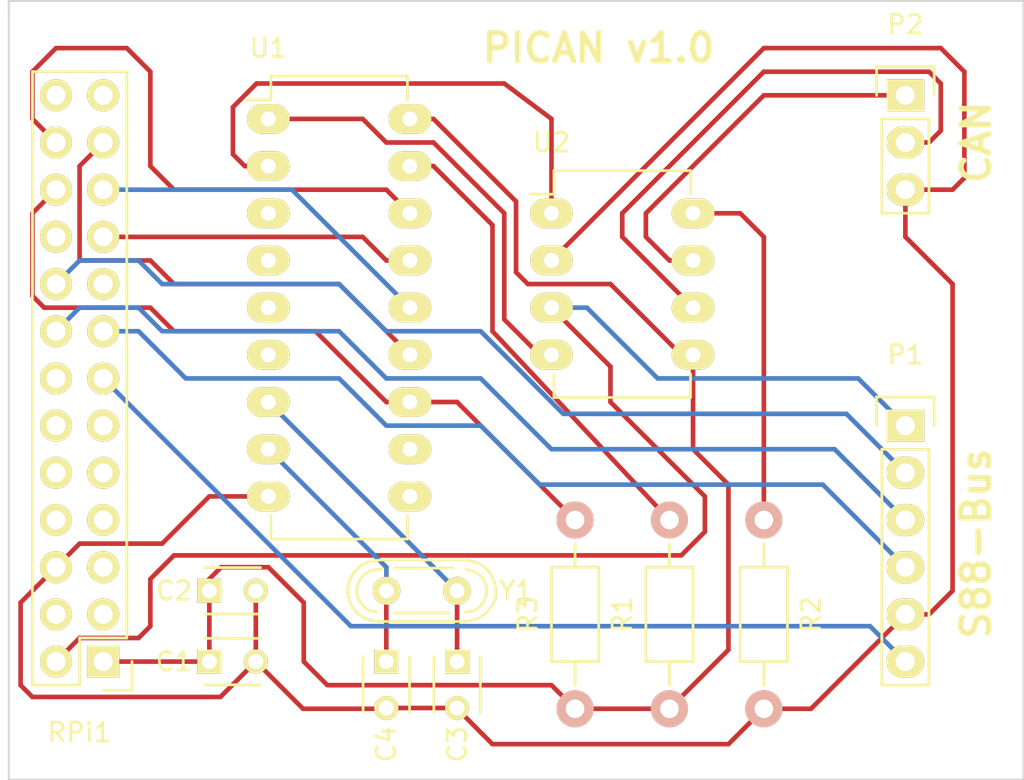
<source format=kicad_pcb>
(kicad_pcb (version 4) (host pcbnew 4.0.1-stable)

  (general
    (links 37)
    (no_connects 0)
    (area 99.706429 59.639999 154.990001 101.650001)
    (thickness 1.6)
    (drawings 9)
    (tracks 171)
    (zones 0)
    (modules 13)
    (nets 21)
  )

  (page A4)
  (layers
    (0 F.Cu signal)
    (31 B.Cu signal)
    (32 B.Adhes user)
    (33 F.Adhes user)
    (34 B.Paste user)
    (35 F.Paste user)
    (36 B.SilkS user)
    (37 F.SilkS user)
    (38 B.Mask user)
    (39 F.Mask user)
    (40 Dwgs.User user)
    (41 Cmts.User user)
    (42 Eco1.User user)
    (43 Eco2.User user)
    (44 Edge.Cuts user)
    (45 Margin user)
    (46 B.CrtYd user)
    (47 F.CrtYd user)
    (48 B.Fab user)
    (49 F.Fab user)
  )

  (setup
    (last_trace_width 0.25)
    (trace_clearance 0.2)
    (zone_clearance 0.508)
    (zone_45_only no)
    (trace_min 0.2)
    (segment_width 0.2)
    (edge_width 0.1)
    (via_size 0.6)
    (via_drill 0.4)
    (via_min_size 0.4)
    (via_min_drill 0.3)
    (uvia_size 0.3)
    (uvia_drill 0.1)
    (uvias_allowed no)
    (uvia_min_size 0.2)
    (uvia_min_drill 0.1)
    (pcb_text_width 0.3)
    (pcb_text_size 1.5 1.5)
    (mod_edge_width 0.15)
    (mod_text_size 1 1)
    (mod_text_width 0.15)
    (pad_size 1.5 1.5)
    (pad_drill 0.6)
    (pad_to_mask_clearance 0)
    (aux_axis_origin 0 0)
    (visible_elements 7FFFFFFF)
    (pcbplotparams
      (layerselection 0x010f0_80000001)
      (usegerberextensions false)
      (excludeedgelayer true)
      (linewidth 0.100000)
      (plotframeref false)
      (viasonmask false)
      (mode 1)
      (useauxorigin false)
      (hpglpennumber 1)
      (hpglpenspeed 20)
      (hpglpendiameter 15)
      (hpglpenoverlay 2)
      (psnegative false)
      (psa4output false)
      (plotreference true)
      (plotvalue true)
      (plotinvisibletext false)
      (padsonsilk false)
      (subtractmaskfromsilk false)
      (outputformat 1)
      (mirror false)
      (drillshape 0)
      (scaleselection 1)
      (outputdirectory gerber/))
  )

  (net 0 "")
  (net 1 +3V3)
  (net 2 GND)
  (net 3 "Net-(C3-Pad1)")
  (net 4 "Net-(C4-Pad1)")
  (net 5 +5V)
  (net 6 /S88_RESET)
  (net 7 /S88_PS)
  (net 8 /S88_CLOCK)
  (net 9 /S88_DATA)
  (net 10 "Net-(P2-Pad1)")
  (net 11 "Net-(P2-Pad2)")
  (net 12 "Net-(R1-Pad2)")
  (net 13 "Net-(R2-Pad1)")
  (net 14 /SPI_MISO)
  (net 15 /SPI_MOSI)
  (net 16 /SPI_CLK)
  (net 17 /SPI_CS)
  (net 18 "Net-(U1-Pad1)")
  (net 19 "Net-(R3-Pad1)")
  (net 20 "Net-(U1-Pad2)")

  (net_class Default "Dies ist die voreingestellte Netzklasse."
    (clearance 0.2)
    (trace_width 0.25)
    (via_dia 0.6)
    (via_drill 0.4)
    (uvia_dia 0.3)
    (uvia_drill 0.1)
    (add_net +3V3)
    (add_net +5V)
    (add_net /S88_CLOCK)
    (add_net /S88_DATA)
    (add_net /S88_PS)
    (add_net /S88_RESET)
    (add_net /SPI_CLK)
    (add_net /SPI_CS)
    (add_net /SPI_MISO)
    (add_net /SPI_MOSI)
    (add_net GND)
    (add_net "Net-(C3-Pad1)")
    (add_net "Net-(C4-Pad1)")
    (add_net "Net-(P2-Pad1)")
    (add_net "Net-(P2-Pad2)")
    (add_net "Net-(R1-Pad2)")
    (add_net "Net-(R2-Pad1)")
    (add_net "Net-(R3-Pad1)")
    (add_net "Net-(U1-Pad1)")
    (add_net "Net-(U1-Pad2)")
  )

  (module Capacitors_ThroughHole:C_Disc_D3_P2.5 (layer F.Cu) (tedit 5697AFD7) (tstamp 5697AE96)
    (at 111.125 95.25)
    (descr "Capacitor 3mm Disc, Pitch 2.5mm")
    (tags Capacitor)
    (path /5696C3C5)
    (fp_text reference C1 (at -1.905 0) (layer F.SilkS)
      (effects (font (size 1 1) (thickness 0.15)))
    )
    (fp_text value 100nF (at 1.25 2.5) (layer F.Fab)
      (effects (font (size 1 1) (thickness 0.15)))
    )
    (fp_line (start -0.9 -1.5) (end 3.4 -1.5) (layer F.CrtYd) (width 0.05))
    (fp_line (start 3.4 -1.5) (end 3.4 1.5) (layer F.CrtYd) (width 0.05))
    (fp_line (start 3.4 1.5) (end -0.9 1.5) (layer F.CrtYd) (width 0.05))
    (fp_line (start -0.9 1.5) (end -0.9 -1.5) (layer F.CrtYd) (width 0.05))
    (fp_line (start -0.25 -1.25) (end 2.75 -1.25) (layer F.SilkS) (width 0.15))
    (fp_line (start 2.75 1.25) (end -0.25 1.25) (layer F.SilkS) (width 0.15))
    (pad 1 thru_hole rect (at 0 0) (size 1.3 1.3) (drill 0.8) (layers *.Cu *.Mask F.SilkS)
      (net 1 +3V3))
    (pad 2 thru_hole circle (at 2.5 0) (size 1.3 1.3) (drill 0.8001) (layers *.Cu *.Mask F.SilkS)
      (net 2 GND))
    (model Capacitors_ThroughHole.3dshapes/C_Disc_D3_P2.5.wrl
      (at (xyz 0.0492126 0 0))
      (scale (xyz 1 1 1))
      (rotate (xyz 0 0 0))
    )
  )

  (module Pin_Headers:Pin_Header_Straight_2x13 (layer F.Cu) (tedit 5697AFED) (tstamp 5697AF3B)
    (at 105.41 95.25 180)
    (descr "Through hole pin header")
    (tags "pin header")
    (path /5697A18F)
    (fp_text reference RPi1 (at 1.27 -3.81 180) (layer F.SilkS)
      (effects (font (size 1 1) (thickness 0.15)))
    )
    (fp_text value RASPBERRY_IO (at 0 -3.1 180) (layer F.Fab)
      (effects (font (size 1 1) (thickness 0.15)))
    )
    (fp_line (start -1.75 -1.75) (end -1.75 32.25) (layer F.CrtYd) (width 0.05))
    (fp_line (start 4.3 -1.75) (end 4.3 32.25) (layer F.CrtYd) (width 0.05))
    (fp_line (start -1.75 -1.75) (end 4.3 -1.75) (layer F.CrtYd) (width 0.05))
    (fp_line (start -1.75 32.25) (end 4.3 32.25) (layer F.CrtYd) (width 0.05))
    (fp_line (start 3.81 -1.27) (end 3.81 31.75) (layer F.SilkS) (width 0.15))
    (fp_line (start -1.27 1.27) (end -1.27 31.75) (layer F.SilkS) (width 0.15))
    (fp_line (start 3.81 31.75) (end -1.27 31.75) (layer F.SilkS) (width 0.15))
    (fp_line (start 3.81 -1.27) (end 1.27 -1.27) (layer F.SilkS) (width 0.15))
    (fp_line (start 0 -1.55) (end -1.55 -1.55) (layer F.SilkS) (width 0.15))
    (fp_line (start 1.27 -1.27) (end 1.27 1.27) (layer F.SilkS) (width 0.15))
    (fp_line (start 1.27 1.27) (end -1.27 1.27) (layer F.SilkS) (width 0.15))
    (fp_line (start -1.55 -1.55) (end -1.55 0) (layer F.SilkS) (width 0.15))
    (pad 1 thru_hole rect (at 0 0 180) (size 1.7272 1.7272) (drill 1.016) (layers *.Cu *.Mask F.SilkS)
      (net 1 +3V3))
    (pad 2 thru_hole oval (at 2.54 0 180) (size 1.7272 1.7272) (drill 1.016) (layers *.Cu *.Mask F.SilkS)
      (net 5 +5V))
    (pad 3 thru_hole oval (at 0 2.54 180) (size 1.7272 1.7272) (drill 1.016) (layers *.Cu *.Mask F.SilkS))
    (pad 4 thru_hole oval (at 2.54 2.54 180) (size 1.7272 1.7272) (drill 1.016) (layers *.Cu *.Mask F.SilkS))
    (pad 5 thru_hole oval (at 0 5.08 180) (size 1.7272 1.7272) (drill 1.016) (layers *.Cu *.Mask F.SilkS))
    (pad 6 thru_hole oval (at 2.54 5.08 180) (size 1.7272 1.7272) (drill 1.016) (layers *.Cu *.Mask F.SilkS)
      (net 2 GND))
    (pad 7 thru_hole oval (at 0 7.62 180) (size 1.7272 1.7272) (drill 1.016) (layers *.Cu *.Mask F.SilkS))
    (pad 8 thru_hole oval (at 2.54 7.62 180) (size 1.7272 1.7272) (drill 1.016) (layers *.Cu *.Mask F.SilkS))
    (pad 9 thru_hole oval (at 0 10.16 180) (size 1.7272 1.7272) (drill 1.016) (layers *.Cu *.Mask F.SilkS))
    (pad 10 thru_hole oval (at 2.54 10.16 180) (size 1.7272 1.7272) (drill 1.016) (layers *.Cu *.Mask F.SilkS))
    (pad 11 thru_hole oval (at 0 12.7 180) (size 1.7272 1.7272) (drill 1.016) (layers *.Cu *.Mask F.SilkS))
    (pad 12 thru_hole oval (at 2.54 12.7 180) (size 1.7272 1.7272) (drill 1.016) (layers *.Cu *.Mask F.SilkS))
    (pad 13 thru_hole oval (at 0 15.24 180) (size 1.7272 1.7272) (drill 1.016) (layers *.Cu *.Mask F.SilkS)
      (net 9 /S88_DATA))
    (pad 14 thru_hole oval (at 2.54 15.24 180) (size 1.7272 1.7272) (drill 1.016) (layers *.Cu *.Mask F.SilkS))
    (pad 15 thru_hole oval (at 0 17.78 180) (size 1.7272 1.7272) (drill 1.016) (layers *.Cu *.Mask F.SilkS)
      (net 8 /S88_CLOCK))
    (pad 16 thru_hole oval (at 2.54 17.78 180) (size 1.7272 1.7272) (drill 1.016) (layers *.Cu *.Mask F.SilkS)
      (net 7 /S88_PS))
    (pad 17 thru_hole oval (at 0 20.32 180) (size 1.7272 1.7272) (drill 1.016) (layers *.Cu *.Mask F.SilkS))
    (pad 18 thru_hole oval (at 2.54 20.32 180) (size 1.7272 1.7272) (drill 1.016) (layers *.Cu *.Mask F.SilkS)
      (net 6 /S88_RESET))
    (pad 19 thru_hole oval (at 0 22.86 180) (size 1.7272 1.7272) (drill 1.016) (layers *.Cu *.Mask F.SilkS)
      (net 14 /SPI_MISO))
    (pad 20 thru_hole oval (at 2.54 22.86 180) (size 1.7272 1.7272) (drill 1.016) (layers *.Cu *.Mask F.SilkS))
    (pad 21 thru_hole oval (at 0 25.4 180) (size 1.7272 1.7272) (drill 1.016) (layers *.Cu *.Mask F.SilkS)
      (net 15 /SPI_MOSI))
    (pad 22 thru_hole oval (at 2.54 25.4 180) (size 1.7272 1.7272) (drill 1.016) (layers *.Cu *.Mask F.SilkS)
      (net 19 "Net-(R3-Pad1)"))
    (pad 23 thru_hole oval (at 0 27.94 180) (size 1.7272 1.7272) (drill 1.016) (layers *.Cu *.Mask F.SilkS)
      (net 16 /SPI_CLK))
    (pad 24 thru_hole oval (at 2.54 27.94 180) (size 1.7272 1.7272) (drill 1.016) (layers *.Cu *.Mask F.SilkS)
      (net 17 /SPI_CS))
    (pad 25 thru_hole oval (at 0 30.48 180) (size 1.7272 1.7272) (drill 1.016) (layers *.Cu *.Mask F.SilkS))
    (pad 26 thru_hole oval (at 2.54 30.48 180) (size 1.7272 1.7272) (drill 1.016) (layers *.Cu *.Mask F.SilkS))
    (model Pin_Headers.3dshapes/Pin_Header_Straight_2x13.wrl
      (at (xyz 0.05 -0.6 0))
      (scale (xyz 1 1 1))
      (rotate (xyz 0 0 90))
    )
  )

  (module Housings_DIP:DIP-18_W7.62mm_LongPads (layer F.Cu) (tedit 5697AFE9) (tstamp 5697AF5C)
    (at 114.3 66.04)
    (descr "18-lead dip package, row spacing 7.62 mm (300 mils), longer pads")
    (tags "dil dip 2.54 300")
    (path /5696BF61)
    (fp_text reference U1 (at 0 -3.81) (layer F.SilkS)
      (effects (font (size 1 1) (thickness 0.15)))
    )
    (fp_text value MCP2515 (at 0 -3.72) (layer F.Fab)
      (effects (font (size 1 1) (thickness 0.15)))
    )
    (fp_line (start -1.4 -2.45) (end -1.4 22.8) (layer F.CrtYd) (width 0.05))
    (fp_line (start 9 -2.45) (end 9 22.8) (layer F.CrtYd) (width 0.05))
    (fp_line (start -1.4 -2.45) (end 9 -2.45) (layer F.CrtYd) (width 0.05))
    (fp_line (start -1.4 22.8) (end 9 22.8) (layer F.CrtYd) (width 0.05))
    (fp_line (start 0.135 -2.295) (end 0.135 -1.025) (layer F.SilkS) (width 0.15))
    (fp_line (start 7.485 -2.295) (end 7.485 -1.025) (layer F.SilkS) (width 0.15))
    (fp_line (start 7.485 22.615) (end 7.485 21.345) (layer F.SilkS) (width 0.15))
    (fp_line (start 0.135 22.615) (end 0.135 21.345) (layer F.SilkS) (width 0.15))
    (fp_line (start 0.135 -2.295) (end 7.485 -2.295) (layer F.SilkS) (width 0.15))
    (fp_line (start 0.135 22.615) (end 7.485 22.615) (layer F.SilkS) (width 0.15))
    (fp_line (start 0.135 -1.025) (end -1.15 -1.025) (layer F.SilkS) (width 0.15))
    (pad 1 thru_hole oval (at 0 0) (size 2.3 1.6) (drill 0.8) (layers *.Cu *.Mask F.SilkS)
      (net 18 "Net-(U1-Pad1)"))
    (pad 2 thru_hole oval (at 0 2.54) (size 2.3 1.6) (drill 0.8) (layers *.Cu *.Mask F.SilkS)
      (net 20 "Net-(U1-Pad2)"))
    (pad 3 thru_hole oval (at 0 5.08) (size 2.3 1.6) (drill 0.8) (layers *.Cu *.Mask F.SilkS))
    (pad 4 thru_hole oval (at 0 7.62) (size 2.3 1.6) (drill 0.8) (layers *.Cu *.Mask F.SilkS))
    (pad 5 thru_hole oval (at 0 10.16) (size 2.3 1.6) (drill 0.8) (layers *.Cu *.Mask F.SilkS))
    (pad 6 thru_hole oval (at 0 12.7) (size 2.3 1.6) (drill 0.8) (layers *.Cu *.Mask F.SilkS))
    (pad 7 thru_hole oval (at 0 15.24) (size 2.3 1.6) (drill 0.8) (layers *.Cu *.Mask F.SilkS)
      (net 3 "Net-(C3-Pad1)"))
    (pad 8 thru_hole oval (at 0 17.78) (size 2.3 1.6) (drill 0.8) (layers *.Cu *.Mask F.SilkS)
      (net 4 "Net-(C4-Pad1)"))
    (pad 9 thru_hole oval (at 0 20.32) (size 2.3 1.6) (drill 0.8) (layers *.Cu *.Mask F.SilkS)
      (net 2 GND))
    (pad 10 thru_hole oval (at 7.62 20.32) (size 2.3 1.6) (drill 0.8) (layers *.Cu *.Mask F.SilkS))
    (pad 11 thru_hole oval (at 7.62 17.78) (size 2.3 1.6) (drill 0.8) (layers *.Cu *.Mask F.SilkS))
    (pad 12 thru_hole oval (at 7.62 15.24) (size 2.3 1.6) (drill 0.8) (layers *.Cu *.Mask F.SilkS)
      (net 19 "Net-(R3-Pad1)"))
    (pad 13 thru_hole oval (at 7.62 12.7) (size 2.3 1.6) (drill 0.8) (layers *.Cu *.Mask F.SilkS)
      (net 16 /SPI_CLK))
    (pad 14 thru_hole oval (at 7.62 10.16) (size 2.3 1.6) (drill 0.8) (layers *.Cu *.Mask F.SilkS)
      (net 15 /SPI_MOSI))
    (pad 15 thru_hole oval (at 7.62 7.62) (size 2.3 1.6) (drill 0.8) (layers *.Cu *.Mask F.SilkS)
      (net 14 /SPI_MISO))
    (pad 16 thru_hole oval (at 7.62 5.08) (size 2.3 1.6) (drill 0.8) (layers *.Cu *.Mask F.SilkS)
      (net 17 /SPI_CS))
    (pad 17 thru_hole oval (at 7.62 2.54) (size 2.3 1.6) (drill 0.8) (layers *.Cu *.Mask F.SilkS)
      (net 12 "Net-(R1-Pad2)"))
    (pad 18 thru_hole oval (at 7.62 0) (size 2.3 1.6) (drill 0.8) (layers *.Cu *.Mask F.SilkS)
      (net 1 +3V3))
    (model Housings_DIP.3dshapes/DIP-18_W7.62mm_LongPads.wrl
      (at (xyz 0 0 0))
      (scale (xyz 1 1 1))
      (rotate (xyz 0 0 0))
    )
  )

  (module Capacitors_ThroughHole:C_Disc_D3_P2.5 (layer F.Cu) (tedit 5697AFD9) (tstamp 5697AEA2)
    (at 111.125 91.44)
    (descr "Capacitor 3mm Disc, Pitch 2.5mm")
    (tags Capacitor)
    (path /5696C418)
    (fp_text reference C2 (at -1.905 0) (layer F.SilkS)
      (effects (font (size 1 1) (thickness 0.15)))
    )
    (fp_text value 100nF (at 1.25 2.5) (layer F.Fab)
      (effects (font (size 1 1) (thickness 0.15)))
    )
    (fp_line (start -0.9 -1.5) (end 3.4 -1.5) (layer F.CrtYd) (width 0.05))
    (fp_line (start 3.4 -1.5) (end 3.4 1.5) (layer F.CrtYd) (width 0.05))
    (fp_line (start 3.4 1.5) (end -0.9 1.5) (layer F.CrtYd) (width 0.05))
    (fp_line (start -0.9 1.5) (end -0.9 -1.5) (layer F.CrtYd) (width 0.05))
    (fp_line (start -0.25 -1.25) (end 2.75 -1.25) (layer F.SilkS) (width 0.15))
    (fp_line (start 2.75 1.25) (end -0.25 1.25) (layer F.SilkS) (width 0.15))
    (pad 1 thru_hole rect (at 0 0) (size 1.3 1.3) (drill 0.8) (layers *.Cu *.Mask F.SilkS)
      (net 1 +3V3))
    (pad 2 thru_hole circle (at 2.5 0) (size 1.3 1.3) (drill 0.8001) (layers *.Cu *.Mask F.SilkS)
      (net 2 GND))
    (model Capacitors_ThroughHole.3dshapes/C_Disc_D3_P2.5.wrl
      (at (xyz 0.0492126 0 0))
      (scale (xyz 1 1 1))
      (rotate (xyz 0 0 0))
    )
  )

  (module Capacitors_ThroughHole:C_Disc_D3_P2.5 (layer F.Cu) (tedit 5697AFDD) (tstamp 5697AEAE)
    (at 124.46 95.25 270)
    (descr "Capacitor 3mm Disc, Pitch 2.5mm")
    (tags Capacitor)
    (path /5696D2A2)
    (fp_text reference C3 (at 4.445 0 270) (layer F.SilkS)
      (effects (font (size 1 1) (thickness 0.15)))
    )
    (fp_text value 22pF (at 1.25 2.5 270) (layer F.Fab)
      (effects (font (size 1 1) (thickness 0.15)))
    )
    (fp_line (start -0.9 -1.5) (end 3.4 -1.5) (layer F.CrtYd) (width 0.05))
    (fp_line (start 3.4 -1.5) (end 3.4 1.5) (layer F.CrtYd) (width 0.05))
    (fp_line (start 3.4 1.5) (end -0.9 1.5) (layer F.CrtYd) (width 0.05))
    (fp_line (start -0.9 1.5) (end -0.9 -1.5) (layer F.CrtYd) (width 0.05))
    (fp_line (start -0.25 -1.25) (end 2.75 -1.25) (layer F.SilkS) (width 0.15))
    (fp_line (start 2.75 1.25) (end -0.25 1.25) (layer F.SilkS) (width 0.15))
    (pad 1 thru_hole rect (at 0 0 270) (size 1.3 1.3) (drill 0.8) (layers *.Cu *.Mask F.SilkS)
      (net 3 "Net-(C3-Pad1)"))
    (pad 2 thru_hole circle (at 2.5 0 270) (size 1.3 1.3) (drill 0.8001) (layers *.Cu *.Mask F.SilkS)
      (net 2 GND))
    (model Capacitors_ThroughHole.3dshapes/C_Disc_D3_P2.5.wrl
      (at (xyz 0.0492126 0 0))
      (scale (xyz 1 1 1))
      (rotate (xyz 0 0 0))
    )
  )

  (module Capacitors_ThroughHole:C_Disc_D3_P2.5 (layer F.Cu) (tedit 5697AFE0) (tstamp 5697AEBA)
    (at 120.65 95.25 270)
    (descr "Capacitor 3mm Disc, Pitch 2.5mm")
    (tags Capacitor)
    (path /5696D2F9)
    (fp_text reference C4 (at 4.445 0 270) (layer F.SilkS)
      (effects (font (size 1 1) (thickness 0.15)))
    )
    (fp_text value 22pF (at 1.25 2.5 270) (layer F.Fab)
      (effects (font (size 1 1) (thickness 0.15)))
    )
    (fp_line (start -0.9 -1.5) (end 3.4 -1.5) (layer F.CrtYd) (width 0.05))
    (fp_line (start 3.4 -1.5) (end 3.4 1.5) (layer F.CrtYd) (width 0.05))
    (fp_line (start 3.4 1.5) (end -0.9 1.5) (layer F.CrtYd) (width 0.05))
    (fp_line (start -0.9 1.5) (end -0.9 -1.5) (layer F.CrtYd) (width 0.05))
    (fp_line (start -0.25 -1.25) (end 2.75 -1.25) (layer F.SilkS) (width 0.15))
    (fp_line (start 2.75 1.25) (end -0.25 1.25) (layer F.SilkS) (width 0.15))
    (pad 1 thru_hole rect (at 0 0 270) (size 1.3 1.3) (drill 0.8) (layers *.Cu *.Mask F.SilkS)
      (net 4 "Net-(C4-Pad1)"))
    (pad 2 thru_hole circle (at 2.5 0 270) (size 1.3 1.3) (drill 0.8001) (layers *.Cu *.Mask F.SilkS)
      (net 2 GND))
    (model Capacitors_ThroughHole.3dshapes/C_Disc_D3_P2.5.wrl
      (at (xyz 0.0492126 0 0))
      (scale (xyz 1 1 1))
      (rotate (xyz 0 0 0))
    )
  )

  (module Pin_Headers:Pin_Header_Straight_1x06 (layer F.Cu) (tedit 5697EED6) (tstamp 5697AECF)
    (at 148.59 82.55)
    (descr "Through hole pin header")
    (tags "pin header")
    (path /56979B4E)
    (fp_text reference P1 (at 0 -3.81) (layer F.SilkS)
      (effects (font (size 1 1) (thickness 0.15)))
    )
    (fp_text value CONN_01X06 (at 0 -3.1) (layer F.Fab)
      (effects (font (size 1 1) (thickness 0.15)))
    )
    (fp_line (start -1.75 -1.75) (end -1.75 14.45) (layer F.CrtYd) (width 0.05))
    (fp_line (start 1.75 -1.75) (end 1.75 14.45) (layer F.CrtYd) (width 0.05))
    (fp_line (start -1.75 -1.75) (end 1.75 -1.75) (layer F.CrtYd) (width 0.05))
    (fp_line (start -1.75 14.45) (end 1.75 14.45) (layer F.CrtYd) (width 0.05))
    (fp_line (start 1.27 1.27) (end 1.27 13.97) (layer F.SilkS) (width 0.15))
    (fp_line (start 1.27 13.97) (end -1.27 13.97) (layer F.SilkS) (width 0.15))
    (fp_line (start -1.27 13.97) (end -1.27 1.27) (layer F.SilkS) (width 0.15))
    (fp_line (start 1.55 -1.55) (end 1.55 0) (layer F.SilkS) (width 0.15))
    (fp_line (start 1.27 1.27) (end -1.27 1.27) (layer F.SilkS) (width 0.15))
    (fp_line (start -1.55 0) (end -1.55 -1.55) (layer F.SilkS) (width 0.15))
    (fp_line (start -1.55 -1.55) (end 1.55 -1.55) (layer F.SilkS) (width 0.15))
    (pad 1 thru_hole rect (at 0 0) (size 2.032 1.7272) (drill 1.016) (layers *.Cu *.Mask F.SilkS)
      (net 5 +5V))
    (pad 2 thru_hole oval (at 0 2.54) (size 2.032 1.7272) (drill 1.016) (layers *.Cu *.Mask F.SilkS)
      (net 6 /S88_RESET))
    (pad 3 thru_hole oval (at 0 5.08) (size 2.032 1.7272) (drill 1.016) (layers *.Cu *.Mask F.SilkS)
      (net 7 /S88_PS))
    (pad 4 thru_hole oval (at 0 7.62) (size 2.032 1.7272) (drill 1.016) (layers *.Cu *.Mask F.SilkS)
      (net 8 /S88_CLOCK))
    (pad 5 thru_hole oval (at 0 10.16) (size 2.032 1.7272) (drill 1.016) (layers *.Cu *.Mask F.SilkS)
      (net 2 GND))
    (pad 6 thru_hole oval (at 0 12.7) (size 2.032 1.7272) (drill 1.016) (layers *.Cu *.Mask F.SilkS)
      (net 9 /S88_DATA))
    (model Pin_Headers.3dshapes/Pin_Header_Straight_1x06.wrl
      (at (xyz 0 -0.25 0))
      (scale (xyz 1 1 1))
      (rotate (xyz 0 0 90))
    )
  )

  (module Pin_Headers:Pin_Header_Straight_1x03 (layer F.Cu) (tedit 5697EEDE) (tstamp 5697AEE1)
    (at 148.59 64.77)
    (descr "Through hole pin header")
    (tags "pin header")
    (path /5697A502)
    (fp_text reference P2 (at 0 -3.81) (layer F.SilkS)
      (effects (font (size 1 1) (thickness 0.15)))
    )
    (fp_text value CONN_01X03 (at 0 -3.1) (layer F.Fab)
      (effects (font (size 1 1) (thickness 0.15)))
    )
    (fp_line (start -1.75 -1.75) (end -1.75 6.85) (layer F.CrtYd) (width 0.05))
    (fp_line (start 1.75 -1.75) (end 1.75 6.85) (layer F.CrtYd) (width 0.05))
    (fp_line (start -1.75 -1.75) (end 1.75 -1.75) (layer F.CrtYd) (width 0.05))
    (fp_line (start -1.75 6.85) (end 1.75 6.85) (layer F.CrtYd) (width 0.05))
    (fp_line (start -1.27 1.27) (end -1.27 6.35) (layer F.SilkS) (width 0.15))
    (fp_line (start -1.27 6.35) (end 1.27 6.35) (layer F.SilkS) (width 0.15))
    (fp_line (start 1.27 6.35) (end 1.27 1.27) (layer F.SilkS) (width 0.15))
    (fp_line (start 1.55 -1.55) (end 1.55 0) (layer F.SilkS) (width 0.15))
    (fp_line (start 1.27 1.27) (end -1.27 1.27) (layer F.SilkS) (width 0.15))
    (fp_line (start -1.55 0) (end -1.55 -1.55) (layer F.SilkS) (width 0.15))
    (fp_line (start -1.55 -1.55) (end 1.55 -1.55) (layer F.SilkS) (width 0.15))
    (pad 1 thru_hole rect (at 0 0) (size 2.032 1.7272) (drill 1.016) (layers *.Cu *.Mask F.SilkS)
      (net 10 "Net-(P2-Pad1)"))
    (pad 2 thru_hole oval (at 0 2.54) (size 2.032 1.7272) (drill 1.016) (layers *.Cu *.Mask F.SilkS)
      (net 11 "Net-(P2-Pad2)"))
    (pad 3 thru_hole oval (at 0 5.08) (size 2.032 1.7272) (drill 1.016) (layers *.Cu *.Mask F.SilkS)
      (net 2 GND))
    (model Pin_Headers.3dshapes/Pin_Header_Straight_1x03.wrl
      (at (xyz 0 -0.1 0))
      (scale (xyz 1 1 1))
      (rotate (xyz 0 0 90))
    )
  )

  (module Resistors_ThroughHole:Resistor_Horizontal_RM10mm (layer F.Cu) (tedit 5697EE90) (tstamp 5697AEED)
    (at 135.89 92.71 90)
    (descr "Resistor, Axial,  RM 10mm, 1/3W,")
    (tags "Resistor, Axial, RM 10mm, 1/3W,")
    (path /5696C34E)
    (fp_text reference R1 (at 0 -2.54 90) (layer F.SilkS)
      (effects (font (size 1 1) (thickness 0.15)))
    )
    (fp_text value 4k7 (at 3.81 3.81 90) (layer F.Fab)
      (effects (font (size 1 1) (thickness 0.15)))
    )
    (fp_line (start -2.54 -1.27) (end 2.54 -1.27) (layer F.SilkS) (width 0.15))
    (fp_line (start 2.54 -1.27) (end 2.54 1.27) (layer F.SilkS) (width 0.15))
    (fp_line (start 2.54 1.27) (end -2.54 1.27) (layer F.SilkS) (width 0.15))
    (fp_line (start -2.54 1.27) (end -2.54 -1.27) (layer F.SilkS) (width 0.15))
    (fp_line (start -2.54 0) (end -3.81 0) (layer F.SilkS) (width 0.15))
    (fp_line (start 2.54 0) (end 3.81 0) (layer F.SilkS) (width 0.15))
    (pad 1 thru_hole circle (at -5.08 0 90) (size 1.99898 1.99898) (drill 1.00076) (layers *.Cu *.SilkS *.Mask)
      (net 1 +3V3))
    (pad 2 thru_hole circle (at 5.08 0 90) (size 1.99898 1.99898) (drill 1.00076) (layers *.Cu *.SilkS *.Mask)
      (net 12 "Net-(R1-Pad2)"))
    (model Resistors_ThroughHole.3dshapes/Resistor_Horizontal_RM10mm.wrl
      (at (xyz 0 0 0))
      (scale (xyz 0.4 0.4 0.4))
      (rotate (xyz 0 0 0))
    )
  )

  (module Resistors_ThroughHole:Resistor_Horizontal_RM10mm (layer F.Cu) (tedit 5697EE8C) (tstamp 5697AEF9)
    (at 140.97 92.71 270)
    (descr "Resistor, Axial,  RM 10mm, 1/3W,")
    (tags "Resistor, Axial, RM 10mm, 1/3W,")
    (path /5696CAA8)
    (fp_text reference R2 (at 0 -2.54 270) (layer F.SilkS)
      (effects (font (size 1 1) (thickness 0.15)))
    )
    (fp_text value R (at 3.81 3.81 270) (layer F.Fab)
      (effects (font (size 1 1) (thickness 0.15)))
    )
    (fp_line (start -2.54 -1.27) (end 2.54 -1.27) (layer F.SilkS) (width 0.15))
    (fp_line (start 2.54 -1.27) (end 2.54 1.27) (layer F.SilkS) (width 0.15))
    (fp_line (start 2.54 1.27) (end -2.54 1.27) (layer F.SilkS) (width 0.15))
    (fp_line (start -2.54 1.27) (end -2.54 -1.27) (layer F.SilkS) (width 0.15))
    (fp_line (start -2.54 0) (end -3.81 0) (layer F.SilkS) (width 0.15))
    (fp_line (start 2.54 0) (end 3.81 0) (layer F.SilkS) (width 0.15))
    (pad 1 thru_hole circle (at -5.08 0 270) (size 1.99898 1.99898) (drill 1.00076) (layers *.Cu *.SilkS *.Mask)
      (net 13 "Net-(R2-Pad1)"))
    (pad 2 thru_hole circle (at 5.08 0 270) (size 1.99898 1.99898) (drill 1.00076) (layers *.Cu *.SilkS *.Mask)
      (net 2 GND))
    (model Resistors_ThroughHole.3dshapes/Resistor_Horizontal_RM10mm.wrl
      (at (xyz 0 0 0))
      (scale (xyz 0.4 0.4 0.4))
      (rotate (xyz 0 0 0))
    )
  )

  (module Resistors_ThroughHole:Resistor_Horizontal_RM10mm (layer F.Cu) (tedit 5697AE2D) (tstamp 5697AF05)
    (at 130.81 92.71 270)
    (descr "Resistor, Axial,  RM 10mm, 1/3W,")
    (tags "Resistor, Axial, RM 10mm, 1/3W,")
    (path /5697BE87)
    (fp_text reference R3 (at 0 2.54 270) (layer F.SilkS)
      (effects (font (size 1 1) (thickness 0.15)))
    )
    (fp_text value 18k (at 3.81 3.81 270) (layer F.Fab)
      (effects (font (size 1 1) (thickness 0.15)))
    )
    (fp_line (start -2.54 -1.27) (end 2.54 -1.27) (layer F.SilkS) (width 0.15))
    (fp_line (start 2.54 -1.27) (end 2.54 1.27) (layer F.SilkS) (width 0.15))
    (fp_line (start 2.54 1.27) (end -2.54 1.27) (layer F.SilkS) (width 0.15))
    (fp_line (start -2.54 1.27) (end -2.54 -1.27) (layer F.SilkS) (width 0.15))
    (fp_line (start -2.54 0) (end -3.81 0) (layer F.SilkS) (width 0.15))
    (fp_line (start 2.54 0) (end 3.81 0) (layer F.SilkS) (width 0.15))
    (pad 1 thru_hole circle (at -5.08 0 270) (size 1.99898 1.99898) (drill 1.00076) (layers *.Cu *.SilkS *.Mask)
      (net 19 "Net-(R3-Pad1)"))
    (pad 2 thru_hole circle (at 5.08 0 270) (size 1.99898 1.99898) (drill 1.00076) (layers *.Cu *.SilkS *.Mask)
      (net 1 +3V3))
    (model Resistors_ThroughHole.3dshapes/Resistor_Horizontal_RM10mm.wrl
      (at (xyz 0 0 0))
      (scale (xyz 0.4 0.4 0.4))
      (rotate (xyz 0 0 0))
    )
  )

  (module Housings_DIP:DIP-8_W7.62mm_LongPads (layer F.Cu) (tedit 5697AFE7) (tstamp 5697AF73)
    (at 129.54 71.12)
    (descr "8-lead dip package, row spacing 7.62 mm (300 mils), longer pads")
    (tags "dil dip 2.54 300")
    (path /5697F9A0)
    (fp_text reference U2 (at 0 -3.81) (layer F.SilkS)
      (effects (font (size 1 1) (thickness 0.15)))
    )
    (fp_text value MCP2562 (at 0 -3.72) (layer F.Fab)
      (effects (font (size 1 1) (thickness 0.15)))
    )
    (fp_line (start -1.4 -2.45) (end -1.4 10.1) (layer F.CrtYd) (width 0.05))
    (fp_line (start 9 -2.45) (end 9 10.1) (layer F.CrtYd) (width 0.05))
    (fp_line (start -1.4 -2.45) (end 9 -2.45) (layer F.CrtYd) (width 0.05))
    (fp_line (start -1.4 10.1) (end 9 10.1) (layer F.CrtYd) (width 0.05))
    (fp_line (start 0.135 -2.295) (end 0.135 -1.025) (layer F.SilkS) (width 0.15))
    (fp_line (start 7.485 -2.295) (end 7.485 -1.025) (layer F.SilkS) (width 0.15))
    (fp_line (start 7.485 9.915) (end 7.485 8.645) (layer F.SilkS) (width 0.15))
    (fp_line (start 0.135 9.915) (end 0.135 8.645) (layer F.SilkS) (width 0.15))
    (fp_line (start 0.135 -2.295) (end 7.485 -2.295) (layer F.SilkS) (width 0.15))
    (fp_line (start 0.135 9.915) (end 7.485 9.915) (layer F.SilkS) (width 0.15))
    (fp_line (start 0.135 -1.025) (end -1.15 -1.025) (layer F.SilkS) (width 0.15))
    (pad 1 thru_hole oval (at 0 0) (size 2.3 1.6) (drill 0.8) (layers *.Cu *.Mask F.SilkS)
      (net 20 "Net-(U1-Pad2)"))
    (pad 2 thru_hole oval (at 0 2.54) (size 2.3 1.6) (drill 0.8) (layers *.Cu *.Mask F.SilkS)
      (net 2 GND))
    (pad 3 thru_hole oval (at 0 5.08) (size 2.3 1.6) (drill 0.8) (layers *.Cu *.Mask F.SilkS)
      (net 5 +5V))
    (pad 4 thru_hole oval (at 0 7.62) (size 2.3 1.6) (drill 0.8) (layers *.Cu *.Mask F.SilkS)
      (net 18 "Net-(U1-Pad1)"))
    (pad 5 thru_hole oval (at 7.62 7.62) (size 2.3 1.6) (drill 0.8) (layers *.Cu *.Mask F.SilkS)
      (net 1 +3V3))
    (pad 6 thru_hole oval (at 7.62 5.08) (size 2.3 1.6) (drill 0.8) (layers *.Cu *.Mask F.SilkS)
      (net 11 "Net-(P2-Pad2)"))
    (pad 7 thru_hole oval (at 7.62 2.54) (size 2.3 1.6) (drill 0.8) (layers *.Cu *.Mask F.SilkS)
      (net 10 "Net-(P2-Pad1)"))
    (pad 8 thru_hole oval (at 7.62 0) (size 2.3 1.6) (drill 0.8) (layers *.Cu *.Mask F.SilkS)
      (net 13 "Net-(R2-Pad1)"))
    (model Housings_DIP.3dshapes/DIP-8_W7.62mm_LongPads.wrl
      (at (xyz 0 0 0))
      (scale (xyz 1 1 1))
      (rotate (xyz 0 0 0))
    )
  )

  (module Crystals:Crystal_HC52-U_Vertical (layer F.Cu) (tedit 5697AFE2) (tstamp 5697AFA7)
    (at 122.555 91.44 180)
    (descr "Crystal, Quarz, HC52/U, vertical, stehend,")
    (tags "Crystal, Quarz, HC52/U, vertical, stehend,")
    (path /5696C5DD)
    (fp_text reference Y1 (at -5.08 0 180) (layer F.SilkS)
      (effects (font (size 1 1) (thickness 0.15)))
    )
    (fp_text value 16MHz (at 0 3.81 180) (layer F.Fab)
      (effects (font (size 1 1) (thickness 0.15)))
    )
    (fp_line (start 1.4605 -1.19126) (end -1.50114 -1.19126) (layer F.SilkS) (width 0.15))
    (fp_line (start 2.21996 1.66116) (end -2.41046 1.66116) (layer F.SilkS) (width 0.15))
    (fp_line (start -1.69926 1.2192) (end 1.45034 1.2192) (layer F.SilkS) (width 0.15))
    (fp_line (start 2.39014 -1.15062) (end 2.80924 -1.06934) (layer F.SilkS) (width 0.15))
    (fp_line (start 2.80924 -1.06934) (end 3.09118 -0.889) (layer F.SilkS) (width 0.15))
    (fp_line (start 3.09118 -0.889) (end 3.35026 -0.55118) (layer F.SilkS) (width 0.15))
    (fp_line (start 3.35026 -0.55118) (end 3.4798 -0.22098) (layer F.SilkS) (width 0.15))
    (fp_line (start 3.4798 -0.22098) (end 3.51028 0.02032) (layer F.SilkS) (width 0.15))
    (fp_line (start 3.51028 0.02032) (end 3.41884 0.40894) (layer F.SilkS) (width 0.15))
    (fp_line (start 3.41884 0.40894) (end 3.25882 0.70104) (layer F.SilkS) (width 0.15))
    (fp_line (start 3.25882 0.70104) (end 2.98958 0.96012) (layer F.SilkS) (width 0.15))
    (fp_line (start 2.98958 0.96012) (end 2.63906 1.1303) (layer F.SilkS) (width 0.15))
    (fp_line (start 2.63906 1.1303) (end 2.14884 1.16078) (layer F.SilkS) (width 0.15))
    (fp_line (start -2.41046 1.15062) (end -2.80924 1.04902) (layer F.SilkS) (width 0.15))
    (fp_line (start -2.80924 1.04902) (end -3.13944 0.84074) (layer F.SilkS) (width 0.15))
    (fp_line (start -3.13944 0.84074) (end -3.36042 0.54102) (layer F.SilkS) (width 0.15))
    (fp_line (start -3.36042 0.54102) (end -3.48996 0.21082) (layer F.SilkS) (width 0.15))
    (fp_line (start -3.48996 0.21082) (end -3.48996 -0.17018) (layer F.SilkS) (width 0.15))
    (fp_line (start -3.48996 -0.17018) (end -3.36042 -0.54102) (layer F.SilkS) (width 0.15))
    (fp_line (start -3.36042 -0.54102) (end -3.12928 -0.8509) (layer F.SilkS) (width 0.15))
    (fp_line (start -3.12928 -0.8509) (end -2.8702 -1.04902) (layer F.SilkS) (width 0.15))
    (fp_line (start -2.8702 -1.04902) (end -2.54 -1.1303) (layer F.SilkS) (width 0.15))
    (fp_line (start -2.54 -1.1303) (end -2.32918 -1.15062) (layer F.SilkS) (width 0.15))
    (fp_line (start -2.39014 -1.651) (end 2.32918 -1.651) (layer F.SilkS) (width 0.15))
    (fp_line (start 2.32918 -1.651) (end 2.66954 -1.61036) (layer F.SilkS) (width 0.15))
    (fp_line (start 2.66954 -1.61036) (end 3.04038 -1.49098) (layer F.SilkS) (width 0.15))
    (fp_line (start 3.04038 -1.49098) (end 3.4798 -1.19126) (layer F.SilkS) (width 0.15))
    (fp_line (start 3.4798 -1.19126) (end 3.8608 -0.6604) (layer F.SilkS) (width 0.15))
    (fp_line (start 3.8608 -0.6604) (end 3.99034 -0.10922) (layer F.SilkS) (width 0.15))
    (fp_line (start 3.99034 -0.10922) (end 3.95986 0.28956) (layer F.SilkS) (width 0.15))
    (fp_line (start 3.95986 0.28956) (end 3.76936 0.83058) (layer F.SilkS) (width 0.15))
    (fp_line (start 3.76936 0.83058) (end 3.2893 1.34874) (layer F.SilkS) (width 0.15))
    (fp_line (start 3.2893 1.34874) (end 2.77876 1.6002) (layer F.SilkS) (width 0.15))
    (fp_line (start 2.77876 1.6002) (end 2.24028 1.651) (layer F.SilkS) (width 0.15))
    (fp_line (start -2.42062 1.64084) (end -2.90068 1.53924) (layer F.SilkS) (width 0.15))
    (fp_line (start -2.90068 1.53924) (end -3.24104 1.39954) (layer F.SilkS) (width 0.15))
    (fp_line (start -3.24104 1.39954) (end -3.52044 1.15062) (layer F.SilkS) (width 0.15))
    (fp_line (start -3.52044 1.15062) (end -3.73888 0.87122) (layer F.SilkS) (width 0.15))
    (fp_line (start -3.73888 0.87122) (end -3.91922 0.45974) (layer F.SilkS) (width 0.15))
    (fp_line (start -3.91922 0.45974) (end -3.99034 0.07112) (layer F.SilkS) (width 0.15))
    (fp_line (start -3.99034 0.07112) (end -3.97002 -0.4191) (layer F.SilkS) (width 0.15))
    (fp_line (start -3.97002 -0.4191) (end -3.77952 -0.82042) (layer F.SilkS) (width 0.15))
    (fp_line (start -3.77952 -0.82042) (end -3.46964 -1.19126) (layer F.SilkS) (width 0.15))
    (fp_line (start -3.46964 -1.19126) (end -3.11912 -1.45034) (layer F.SilkS) (width 0.15))
    (fp_line (start -3.11912 -1.45034) (end -2.77876 -1.57988) (layer F.SilkS) (width 0.15))
    (fp_line (start -2.77876 -1.57988) (end -2.37998 -1.651) (layer F.SilkS) (width 0.15))
    (pad 1 thru_hole circle (at -1.89992 0 180) (size 1.50114 1.50114) (drill 0.8001) (layers *.Cu *.Mask F.SilkS)
      (net 3 "Net-(C3-Pad1)"))
    (pad 2 thru_hole circle (at 1.89992 0 180) (size 1.50114 1.50114) (drill 0.8001) (layers *.Cu *.Mask F.SilkS)
      (net 4 "Net-(C4-Pad1)"))
  )

  (gr_line (start 100.33 101.6) (end 154.94 101.6) (angle 90) (layer Edge.Cuts) (width 0.1))
  (gr_line (start 100.33 60.96) (end 100.33 101.6) (angle 90) (layer Edge.Cuts) (width 0.1))
  (gr_line (start 154.94 59.69) (end 100.33 59.69) (angle 90) (layer Edge.Cuts) (width 0.1))
  (gr_line (start 100.33 60.96) (end 100.33 59.69) (angle 90) (layer Edge.Cuts) (width 0.1))
  (gr_line (start 100.33 59.69) (end 100.33 60.325) (angle 90) (layer Edge.Cuts) (width 0.1))
  (gr_line (start 154.94 101.6) (end 154.94 59.69) (angle 90) (layer Edge.Cuts) (width 0.1))
  (gr_text "PICAN v1.0\n" (at 132.08 62.23) (layer F.SilkS)
    (effects (font (size 1.5 1.5) (thickness 0.3)))
  )
  (gr_text CAN (at 152.4 67.31 90) (layer F.SilkS)
    (effects (font (size 1.5 1.5) (thickness 0.3)))
  )
  (gr_text "S88-Bus\n" (at 152.4 88.9 90) (layer F.SilkS)
    (effects (font (size 1.5 1.5) (thickness 0.3)))
  )

  (segment (start 137.16 78.74) (end 137.16 83.82) (width 0.25) (layer F.Cu) (net 1) (status 400000))
  (segment (start 139.065 94.615) (end 135.89 97.79) (width 0.25) (layer F.Cu) (net 1) (tstamp 5698B012) (status 800000))
  (segment (start 139.065 85.725) (end 139.065 94.615) (width 0.25) (layer F.Cu) (net 1) (tstamp 5698B00E))
  (segment (start 137.16 83.82) (end 139.065 85.725) (width 0.25) (layer F.Cu) (net 1) (tstamp 5698B00A))
  (segment (start 111.125 91.44) (end 111.125 90.805) (width 0.25) (layer F.Cu) (net 1))
  (segment (start 111.125 90.805) (end 111.76 90.17) (width 0.25) (layer F.Cu) (net 1) (tstamp 5698AEA2))
  (segment (start 129.54 96.52) (end 130.81 97.79) (width 0.25) (layer F.Cu) (net 1) (tstamp 5698AEB4))
  (segment (start 117.475 96.52) (end 129.54 96.52) (width 0.25) (layer F.Cu) (net 1) (tstamp 5698AEB0))
  (segment (start 116.205 95.25) (end 117.475 96.52) (width 0.25) (layer F.Cu) (net 1) (tstamp 5698AEAC))
  (segment (start 116.205 92.075) (end 116.205 95.25) (width 0.25) (layer F.Cu) (net 1) (tstamp 5698AEAA))
  (segment (start 114.3 90.17) (end 116.205 92.075) (width 0.25) (layer F.Cu) (net 1) (tstamp 5698AEA5))
  (segment (start 111.76 90.17) (end 114.3 90.17) (width 0.25) (layer F.Cu) (net 1) (tstamp 5698AEA3))
  (segment (start 105.41 95.25) (end 111.125 95.25) (width 0.25) (layer F.Cu) (net 1))
  (segment (start 111.125 95.25) (end 111.125 91.44) (width 0.25) (layer F.Cu) (net 1) (tstamp 5698AE7E))
  (segment (start 137.16 78.74) (end 136.525 78.74) (width 0.25) (layer F.Cu) (net 1) (status 30))
  (segment (start 136.525 78.74) (end 132.715 74.93) (width 0.25) (layer F.Cu) (net 1) (tstamp 569802D7) (status 10))
  (segment (start 123.19 66.04) (end 121.92 66.04) (width 0.25) (layer F.Cu) (net 1) (tstamp 569802E9) (status 20))
  (segment (start 127.635 70.485) (end 123.19 66.04) (width 0.25) (layer F.Cu) (net 1) (tstamp 569802E5))
  (segment (start 127.635 74.295) (end 127.635 70.485) (width 0.25) (layer F.Cu) (net 1) (tstamp 569802E2))
  (segment (start 128.27 74.93) (end 127.635 74.295) (width 0.25) (layer F.Cu) (net 1) (tstamp 569802E1))
  (segment (start 132.715 74.93) (end 128.27 74.93) (width 0.25) (layer F.Cu) (net 1) (tstamp 569802DD))
  (segment (start 130.81 97.79) (end 135.89 97.79) (width 0.25) (layer F.Cu) (net 1) (status 30))
  (segment (start 102.87 90.17) (end 100.965 92.075) (width 0.25) (layer F.Cu) (net 2))
  (segment (start 111.72 97.155) (end 113.625 95.25) (width 0.25) (layer F.Cu) (net 2) (tstamp 5698AED5))
  (segment (start 101.6 97.155) (end 111.72 97.155) (width 0.25) (layer F.Cu) (net 2) (tstamp 5698AECE))
  (segment (start 100.965 96.52) (end 101.6 97.155) (width 0.25) (layer F.Cu) (net 2) (tstamp 5698AECC))
  (segment (start 100.965 92.075) (end 100.965 96.52) (width 0.25) (layer F.Cu) (net 2) (tstamp 5698AECA))
  (segment (start 113.625 91.44) (end 113.625 95.25) (width 0.25) (layer F.Cu) (net 2))
  (segment (start 113.625 95.25) (end 116.165 97.79) (width 0.25) (layer F.Cu) (net 2) (tstamp 5698AE8E))
  (segment (start 116.165 97.79) (end 120.61 97.79) (width 0.25) (layer F.Cu) (net 2) (tstamp 5698AE8F))
  (segment (start 120.61 97.79) (end 120.65 97.75) (width 0.25) (layer F.Cu) (net 2) (tstamp 5698AE94))
  (segment (start 148.59 69.85) (end 148.59 72.39) (width 0.25) (layer F.Cu) (net 2) (status 10))
  (segment (start 148.59 72.39) (end 151.13 74.93) (width 0.25) (layer F.Cu) (net 2) (tstamp 56980129))
  (segment (start 151.13 74.93) (end 151.13 91.44) (width 0.25) (layer F.Cu) (net 2) (tstamp 5698012B))
  (segment (start 151.13 91.44) (end 149.86 92.71) (width 0.25) (layer F.Cu) (net 2) (tstamp 56980132))
  (segment (start 149.86 92.71) (end 148.59 92.71) (width 0.25) (layer F.Cu) (net 2) (tstamp 56980133) (status 20))
  (segment (start 148.59 69.85) (end 151.13 69.85) (width 0.25) (layer F.Cu) (net 2) (status 10))
  (segment (start 140.97 62.23) (end 129.54 73.66) (width 0.25) (layer F.Cu) (net 2) (tstamp 5697EFD5) (status 20))
  (segment (start 150.495 62.23) (end 140.97 62.23) (width 0.25) (layer F.Cu) (net 2) (tstamp 5697EFD4))
  (segment (start 151.765 63.5) (end 150.495 62.23) (width 0.25) (layer F.Cu) (net 2) (tstamp 5697EFD3))
  (segment (start 151.765 69.215) (end 151.765 63.5) (width 0.25) (layer F.Cu) (net 2) (tstamp 5697EFD2))
  (segment (start 151.13 69.85) (end 151.765 69.215) (width 0.25) (layer F.Cu) (net 2) (tstamp 5697EFD1))
  (segment (start 140.97 97.79) (end 143.51 97.79) (width 0.25) (layer F.Cu) (net 2) (status 10))
  (segment (start 143.51 97.79) (end 148.59 92.71) (width 0.25) (layer F.Cu) (net 2) (tstamp 5697EFF1) (status 20))
  (segment (start 139.065 99.695) (end 126.365 99.695) (width 0.25) (layer F.Cu) (net 2))
  (segment (start 126.365 99.695) (end 124.46 97.79) (width 0.25) (layer F.Cu) (net 2) (tstamp 5697F010) (status 20))
  (segment (start 140.97 97.79) (end 139.065 99.695) (width 0.25) (layer F.Cu) (net 2) (status 10))
  (segment (start 114.3 86.36) (end 111.125 86.36) (width 0.25) (layer F.Cu) (net 2) (status 10))
  (segment (start 111.125 86.36) (end 108.585 88.9) (width 0.25) (layer F.Cu) (net 2) (tstamp 5698027E))
  (segment (start 108.585 88.9) (end 104.14 88.9) (width 0.25) (layer F.Cu) (net 2) (tstamp 56980284))
  (segment (start 104.14 88.9) (end 102.87 90.17) (width 0.25) (layer F.Cu) (net 2) (tstamp 56980286) (status 20))
  (segment (start 124.46 97.75) (end 120.65 97.75) (width 0.25) (layer F.Cu) (net 2) (status 30))
  (segment (start 124.46 97.79) (end 124.46 97.75) (width 0.25) (layer F.Cu) (net 2) (tstamp 5697F012) (status 30))
  (segment (start 124.45492 91.44) (end 124.45492 91.43492) (width 0.25) (layer B.Cu) (net 3) (status 30))
  (segment (start 124.45492 91.43492) (end 114.3 81.28) (width 0.25) (layer B.Cu) (net 3) (tstamp 56980366) (status 30))
  (segment (start 124.45492 91.44) (end 124.45492 90.79992) (width 0.25) (layer F.Cu) (net 3) (status 30))
  (segment (start 124.46 95.25) (end 124.46 91.44508) (width 0.25) (layer F.Cu) (net 3) (status 30))
  (segment (start 124.46 91.44508) (end 124.45492 91.44) (width 0.25) (layer F.Cu) (net 3) (tstamp 5697F048) (status 30))
  (segment (start 120.65508 91.44) (end 120.65508 90.17508) (width 0.25) (layer B.Cu) (net 4) (status 10))
  (segment (start 120.65508 90.17508) (end 114.3 83.82) (width 0.25) (layer B.Cu) (net 4) (tstamp 56980361) (status 20))
  (segment (start 120.65 95.25) (end 120.65 91.44508) (width 0.25) (layer F.Cu) (net 4) (status 30))
  (segment (start 120.65 91.44508) (end 120.65508 91.44) (width 0.25) (layer F.Cu) (net 4) (tstamp 5697F041) (status 30))
  (segment (start 102.87 95.25) (end 104.14 93.98) (width 0.25) (layer F.Cu) (net 5) (status 400000))
  (segment (start 132.715 79.375) (end 129.54 76.2) (width 0.25) (layer F.Cu) (net 5) (tstamp 5698AFF4) (status 800000))
  (segment (start 132.715 81.28) (end 132.715 79.375) (width 0.25) (layer F.Cu) (net 5) (tstamp 5698AFEF))
  (segment (start 137.795 86.36) (end 132.715 81.28) (width 0.25) (layer F.Cu) (net 5) (tstamp 5698AFE8))
  (segment (start 137.795 88.265) (end 137.795 86.36) (width 0.25) (layer F.Cu) (net 5) (tstamp 5698AFE6))
  (segment (start 136.525 89.535) (end 137.795 88.265) (width 0.25) (layer F.Cu) (net 5) (tstamp 5698AFE4))
  (segment (start 109.22 89.535) (end 136.525 89.535) (width 0.25) (layer F.Cu) (net 5) (tstamp 5698AFE0))
  (segment (start 107.95 90.805) (end 109.22 89.535) (width 0.25) (layer F.Cu) (net 5) (tstamp 5698AFDD))
  (segment (start 107.95 93.345) (end 107.95 90.805) (width 0.25) (layer F.Cu) (net 5) (tstamp 5698AFDC))
  (segment (start 107.315 93.98) (end 107.95 93.345) (width 0.25) (layer F.Cu) (net 5) (tstamp 5698AFDB))
  (segment (start 104.14 93.98) (end 107.315 93.98) (width 0.25) (layer F.Cu) (net 5) (tstamp 5698AFDA))
  (segment (start 129.54 76.2) (end 131.445 76.2) (width 0.25) (layer B.Cu) (net 5))
  (segment (start 146.05 80.01) (end 148.59 82.55) (width 0.25) (layer B.Cu) (net 5) (tstamp 5698AF28))
  (segment (start 135.255 80.01) (end 146.05 80.01) (width 0.25) (layer B.Cu) (net 5) (tstamp 5698AF24))
  (segment (start 131.445 76.2) (end 135.255 80.01) (width 0.25) (layer B.Cu) (net 5) (tstamp 5698AF1E))
  (segment (start 129.54 76.2) (end 130.175 76.2) (width 0.25) (layer B.Cu) (net 5) (status 30))
  (segment (start 102.87 74.93) (end 104.14 73.66) (width 0.25) (layer B.Cu) (net 6) (status 10))
  (segment (start 145.415 81.915) (end 148.59 85.09) (width 0.25) (layer B.Cu) (net 6) (tstamp 569804A5) (status 20))
  (segment (start 130.175 81.915) (end 145.415 81.915) (width 0.25) (layer B.Cu) (net 6) (tstamp 569804A1))
  (segment (start 125.73 77.47) (end 130.175 81.915) (width 0.25) (layer B.Cu) (net 6) (tstamp 5698049F))
  (segment (start 120.65 77.47) (end 125.73 77.47) (width 0.25) (layer B.Cu) (net 6) (tstamp 5698049D))
  (segment (start 118.11 74.93) (end 120.65 77.47) (width 0.25) (layer B.Cu) (net 6) (tstamp 56980499))
  (segment (start 108.585 74.93) (end 118.11 74.93) (width 0.25) (layer B.Cu) (net 6) (tstamp 56980496))
  (segment (start 107.315 73.66) (end 108.585 74.93) (width 0.25) (layer B.Cu) (net 6) (tstamp 56980493))
  (segment (start 104.14 73.66) (end 107.315 73.66) (width 0.25) (layer B.Cu) (net 6) (tstamp 56980492))
  (segment (start 102.87 77.47) (end 104.14 76.2) (width 0.25) (layer B.Cu) (net 7) (status 10))
  (segment (start 144.78 83.82) (end 148.59 87.63) (width 0.25) (layer B.Cu) (net 7) (tstamp 569804D6) (status 20))
  (segment (start 129.54 83.82) (end 144.78 83.82) (width 0.25) (layer B.Cu) (net 7) (tstamp 569804D2))
  (segment (start 125.73 80.01) (end 129.54 83.82) (width 0.25) (layer B.Cu) (net 7) (tstamp 569804CB))
  (segment (start 120.65 80.01) (end 125.73 80.01) (width 0.25) (layer B.Cu) (net 7) (tstamp 569804C7))
  (segment (start 118.11 77.47) (end 120.65 80.01) (width 0.25) (layer B.Cu) (net 7) (tstamp 569804C4))
  (segment (start 108.585 77.47) (end 118.11 77.47) (width 0.25) (layer B.Cu) (net 7) (tstamp 569804C1))
  (segment (start 107.315 76.2) (end 108.585 77.47) (width 0.25) (layer B.Cu) (net 7) (tstamp 569804BB))
  (segment (start 104.14 76.2) (end 107.315 76.2) (width 0.25) (layer B.Cu) (net 7) (tstamp 569804BA))
  (segment (start 105.41 77.47) (end 107.315 77.47) (width 0.25) (layer B.Cu) (net 8) (status 10))
  (segment (start 144.145 85.725) (end 148.59 90.17) (width 0.25) (layer B.Cu) (net 8) (tstamp 569804F0) (status 20))
  (segment (start 128.905 85.725) (end 144.145 85.725) (width 0.25) (layer B.Cu) (net 8) (tstamp 569804EA))
  (segment (start 125.73 82.55) (end 128.905 85.725) (width 0.25) (layer B.Cu) (net 8) (tstamp 569804E8))
  (segment (start 120.65 82.55) (end 125.73 82.55) (width 0.25) (layer B.Cu) (net 8) (tstamp 569804E6))
  (segment (start 118.11 80.01) (end 120.65 82.55) (width 0.25) (layer B.Cu) (net 8) (tstamp 569804E4))
  (segment (start 109.855 80.01) (end 118.11 80.01) (width 0.25) (layer B.Cu) (net 8) (tstamp 569804E1))
  (segment (start 107.315 77.47) (end 109.855 80.01) (width 0.25) (layer B.Cu) (net 8) (tstamp 569804DD))
  (segment (start 105.41 80.01) (end 118.745 93.345) (width 0.25) (layer B.Cu) (net 9) (status 10))
  (segment (start 146.685 93.345) (end 148.59 95.25) (width 0.25) (layer B.Cu) (net 9) (tstamp 5698038D) (status 20))
  (segment (start 118.745 93.345) (end 146.685 93.345) (width 0.25) (layer B.Cu) (net 9) (tstamp 56980385))
  (segment (start 148.59 64.77) (end 140.97 64.77) (width 0.25) (layer F.Cu) (net 10) (status 10))
  (segment (start 135.89 73.66) (end 137.16 73.66) (width 0.25) (layer F.Cu) (net 10) (tstamp 5697FE1B) (status 20))
  (segment (start 134.62 72.39) (end 135.89 73.66) (width 0.25) (layer F.Cu) (net 10) (tstamp 5697FE19))
  (segment (start 134.62 71.12) (end 134.62 72.39) (width 0.25) (layer F.Cu) (net 10) (tstamp 5697FE15))
  (segment (start 140.97 64.77) (end 134.62 71.12) (width 0.25) (layer F.Cu) (net 10) (tstamp 5697FE14))
  (segment (start 148.59 67.31) (end 149.86 67.31) (width 0.25) (layer F.Cu) (net 11) (status 10))
  (segment (start 133.35 72.39) (end 137.16 76.2) (width 0.25) (layer F.Cu) (net 11) (tstamp 5697FEBF) (status 20))
  (segment (start 133.35 71.12) (end 133.35 72.39) (width 0.25) (layer F.Cu) (net 11) (tstamp 5697FEBA))
  (segment (start 140.97 63.5) (end 133.35 71.12) (width 0.25) (layer F.Cu) (net 11) (tstamp 5697FEB9))
  (segment (start 149.86 63.5) (end 140.97 63.5) (width 0.25) (layer F.Cu) (net 11) (tstamp 5697FEB8))
  (segment (start 150.495 64.135) (end 149.86 63.5) (width 0.25) (layer F.Cu) (net 11) (tstamp 5697FEB7))
  (segment (start 150.495 66.675) (end 150.495 64.135) (width 0.25) (layer F.Cu) (net 11) (tstamp 5697FEB6))
  (segment (start 149.86 67.31) (end 150.495 66.675) (width 0.25) (layer F.Cu) (net 11) (tstamp 5697FEB5))
  (segment (start 135.89 87.63) (end 126.365 77.47) (width 0.25) (layer F.Cu) (net 12) (status 10))
  (segment (start 123.19 68.58) (end 121.92 68.58) (width 0.25) (layer F.Cu) (net 12) (tstamp 569801FD) (status 20))
  (segment (start 126.365 71.755) (end 123.19 68.58) (width 0.25) (layer F.Cu) (net 12) (tstamp 569801FB))
  (segment (start 126.365 77.47) (end 126.365 71.755) (width 0.25) (layer F.Cu) (net 12) (tstamp 569801F3))
  (segment (start 137.16 71.12) (end 139.7 71.12) (width 0.25) (layer F.Cu) (net 13) (status 10))
  (segment (start 140.97 72.39) (end 140.97 87.63) (width 0.25) (layer F.Cu) (net 13) (tstamp 5697FED9) (status 20))
  (segment (start 139.7 71.12) (end 140.97 72.39) (width 0.25) (layer F.Cu) (net 13) (tstamp 5697FED4))
  (segment (start 105.41 72.39) (end 119.38 72.39) (width 0.25) (layer F.Cu) (net 14) (status 10))
  (segment (start 120.65 73.66) (end 121.92 73.66) (width 0.25) (layer F.Cu) (net 14) (tstamp 569800C3) (status 20))
  (segment (start 119.38 72.39) (end 120.65 73.66) (width 0.25) (layer F.Cu) (net 14) (tstamp 569800BD))
  (segment (start 105.41 69.85) (end 115.57 69.85) (width 0.25) (layer B.Cu) (net 15) (status 10))
  (segment (start 115.57 69.85) (end 121.92 76.2) (width 0.25) (layer B.Cu) (net 15) (status 20))
  (segment (start 105.41 67.31) (end 104.14 68.58) (width 0.25) (layer F.Cu) (net 16) (status 10))
  (segment (start 104.14 68.58) (end 104.14 73.66) (width 0.25) (layer F.Cu) (net 16) (tstamp 5698009C))
  (segment (start 104.14 73.66) (end 107.95 73.66) (width 0.25) (layer F.Cu) (net 16) (tstamp 569800A8))
  (segment (start 107.95 73.66) (end 109.22 74.93) (width 0.25) (layer F.Cu) (net 16) (tstamp 569800A9))
  (segment (start 109.22 74.93) (end 118.11 74.93) (width 0.25) (layer F.Cu) (net 16) (tstamp 569800AE))
  (segment (start 118.11 74.93) (end 121.92 78.74) (width 0.25) (layer F.Cu) (net 16) (tstamp 569800AF) (status 20))
  (segment (start 102.87 67.31) (end 101.6 66.04) (width 0.25) (layer F.Cu) (net 17) (status 10))
  (segment (start 120.65 69.85) (end 121.92 71.12) (width 0.25) (layer F.Cu) (net 17) (tstamp 5698005C) (status 20))
  (segment (start 109.22 69.85) (end 120.65 69.85) (width 0.25) (layer F.Cu) (net 17) (tstamp 56980056))
  (segment (start 107.95 68.58) (end 109.22 69.85) (width 0.25) (layer F.Cu) (net 17) (tstamp 56980051))
  (segment (start 107.95 63.5) (end 107.95 68.58) (width 0.25) (layer F.Cu) (net 17) (tstamp 5698004F))
  (segment (start 106.68 62.23) (end 107.95 63.5) (width 0.25) (layer F.Cu) (net 17) (tstamp 5698004E))
  (segment (start 102.87 62.23) (end 106.68 62.23) (width 0.25) (layer F.Cu) (net 17) (tstamp 5698004D))
  (segment (start 101.6 63.5) (end 102.87 62.23) (width 0.25) (layer F.Cu) (net 17) (tstamp 5698004C))
  (segment (start 101.6 66.04) (end 101.6 63.5) (width 0.25) (layer F.Cu) (net 17) (tstamp 5698004B))
  (segment (start 114.3 66.04) (end 119.38 66.04) (width 0.25) (layer F.Cu) (net 18) (status 10))
  (segment (start 119.38 66.04) (end 120.65 67.31) (width 0.25) (layer F.Cu) (net 18) (tstamp 569802BB))
  (segment (start 120.65 67.31) (end 123.19 67.31) (width 0.25) (layer F.Cu) (net 18) (tstamp 569802C0))
  (segment (start 127 76.835) (end 128.905 78.74) (width 0.25) (layer F.Cu) (net 18) (tstamp 569802C8) (status 20))
  (segment (start 127 71.12) (end 127 76.835) (width 0.25) (layer F.Cu) (net 18) (tstamp 569802C6))
  (segment (start 123.19 67.31) (end 127 71.12) (width 0.25) (layer F.Cu) (net 18) (tstamp 569802C2))
  (segment (start 128.905 78.74) (end 129.54 78.74) (width 0.25) (layer F.Cu) (net 18) (tstamp 569802CF) (status 30))
  (segment (start 121.92 81.28) (end 124.46 81.28) (width 0.25) (layer F.Cu) (net 19) (status 10))
  (segment (start 124.46 81.28) (end 130.81 87.63) (width 0.25) (layer F.Cu) (net 19) (tstamp 56980418) (status 20))
  (segment (start 101.6 75.565) (end 101.6 71.12) (width 0.25) (layer F.Cu) (net 19))
  (segment (start 120.65 81.28) (end 116.84 77.47) (width 0.25) (layer F.Cu) (net 19) (tstamp 569803EA))
  (segment (start 116.84 77.47) (end 109.22 77.47) (width 0.25) (layer F.Cu) (net 19) (tstamp 569803F0))
  (segment (start 109.22 77.47) (end 107.95 76.2) (width 0.25) (layer F.Cu) (net 19) (tstamp 569803F6))
  (segment (start 107.95 76.2) (end 102.235 76.2) (width 0.25) (layer F.Cu) (net 19) (tstamp 569803F8))
  (segment (start 102.235 76.2) (end 101.6 75.565) (width 0.25) (layer F.Cu) (net 19) (tstamp 569803FA))
  (segment (start 121.92 81.28) (end 120.65 81.28) (width 0.25) (layer F.Cu) (net 19) (status 10))
  (segment (start 101.6 71.12) (end 102.87 69.85) (width 0.25) (layer F.Cu) (net 19) (tstamp 56980400) (status 20))
  (segment (start 113.665 64.135) (end 112.395 65.405) (width 0.25) (layer F.Cu) (net 20))
  (segment (start 127 64.135) (end 113.665 64.135) (width 0.25) (layer F.Cu) (net 20) (tstamp 5697FD78))
  (segment (start 112.395 65.405) (end 112.395 67.945) (width 0.25) (layer F.Cu) (net 20) (tstamp 5697FD92))
  (segment (start 129.54 66.04) (end 127 64.135) (width 0.25) (layer F.Cu) (net 20) (tstamp 5697FD6F))
  (segment (start 129.54 71.12) (end 129.54 66.04) (width 0.25) (layer F.Cu) (net 20) (status 10))
  (segment (start 113.03 68.58) (end 114.3 68.58) (width 0.25) (layer F.Cu) (net 20) (tstamp 5697FD94) (status 20))
  (segment (start 112.395 67.945) (end 113.03 68.58) (width 0.25) (layer F.Cu) (net 20) (tstamp 5697FD93))

)

</source>
